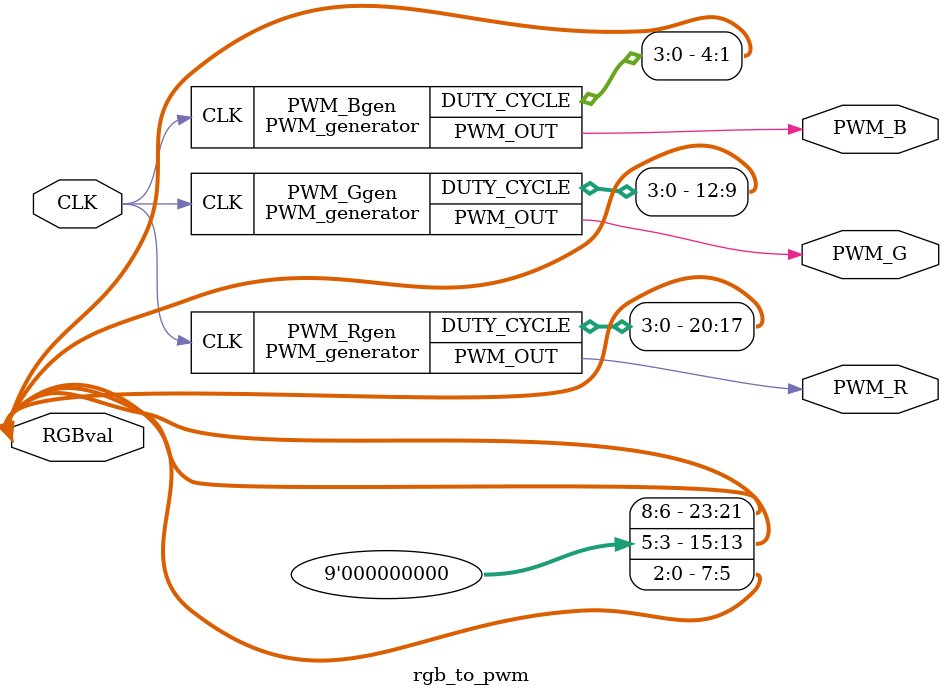
<source format=v>
`timescale 1ns / 1ps


// Creating a module named segment_display 
// This module will be used to display the value of the switch on the 7 segment display

// segment_display module is used to display the value of the switch on the 7 segment display

module segment_display(SW, CLK, SSEG_CA,SSEG_AN, LED);

// Input and output ports of the module

// SW is a 4 bit input used to select the value to be displayed on the 7 segment display
input [3:0] SW;

// CLK is a 1 bit input used to generate a clock from the input clock
input CLK;


// LED is a 4 bit output used to control the color of the LED
output reg[3:0] LED;

// OUTPUT PORTS
// SSEG_CA is a 8 bit output used to display the value on the 7 segment display

output reg[7:0] SSEG_CA;
output reg[7:0] SSEG_AN;


// Instantiating the slow_clock module
// slow clock module is used to generate a slow clock from the input clock
// slow clock means 
slow_clock S1 (CLK , Clk_Slow);


// an "initial" block to set the initial value of SSEG_AN

initial begin

// SSEG_AN is used to select the 7 segment display
// SSEG_CA is used to display the value on the 7 segment display

SSEG_AN <= 8'b11111110;
end

// always @(posedge CLK) is used to generate a clock from the input clock
always @(posedge CLK)
begin

// The case statement has 16 cases, one for each possible value of SW, with each case setting SSEG_CA to a different 8-bit value to display a different number or letter on the 7-segment display.
// case(SW) is used to display the value of the switch on the 7 segment display

case(SW)

// 4'b0000: SSEG_CA <= 8'b11000000; is used to display 0 on the 7 segment display
4'b0000: SSEG_CA <= 8'b11000000;

// 4'b0001: SSEG_CA <= 8'b11111001; is used to display 1 on the 7 segment display
4'b0001: SSEG_CA <= 8'b11111001;

// 4'b0010: SSEG_CA <= 8'b10100100; is used to display 2 on the 7 segment display
4'b0010: SSEG_CA <= 8'b10100100;

// 4'b0011: SSEG_CA <= 8'b10110000; is used to display 3 on the 7 segment display
4'b0011: SSEG_CA <= 8'b10110000;

// 4'b0100: SSEG_CA <= 8'b10011001; is used to display 4 on the 7 segment display
4'b0100: SSEG_CA <= 8'b10011001;

// 4'b0101: SSEG_CA <= 8'b10010010; is used to display 5 on the 7 segment display
4'b0101: SSEG_CA <= 8'b10010010;

// 4'b0110: SSEG_CA <= 8'b10000010; is used to display 6 on the 7 segment display
4'b0110: SSEG_CA <= 8'b10000010;

// 4'b0111: SSEG_CA <= 8'b11011000; is used to display 7 on the 7 segment display
4'b0111: SSEG_CA <= 8'b11011000;

// 4'b1000: SSEG_CA <= 8'b10000000; is used to display 8 on the 7 segment display
4'b1000: SSEG_CA <= 8'b10000000;

// 4'b1001: SSEG_CA <= 8'b10011000; is used to display 9 on the 7 segment display
4'b1001: SSEG_CA <= 8'b10011000;

// 4'b1010: SSEG_CA <= 8'b10001000; is used to display A on the 7 segment display
4'b1010: SSEG_CA <= 8'b10001000;

// 4'b1011: SSEG_CA <= 8'b10000000; is used to display B on the 7 segment display
4'b1011: SSEG_CA <= 8'b10000000;

// 4'b1100: SSEG_CA <= 8'b11000110; is used to display C on the 7 segment display
4'b1100: SSEG_CA <= 8'b11000110;

// 4'b1101: SSEG_CA <= 8'b10100001; is used to display D on the 7 segment display
4'b1101: SSEG_CA <= 8'b10100001;

// 4'b1110: SSEG_CA <= 8'b10000110; is used to display E on the 7 segment display
4'b1110: SSEG_CA <= 8'b10000110;

// 4'b1111: SSEG_CA <= 8'b10001110; is used to display F on the 7 segment display
4'b1111: SSEG_CA <= 8'b10001110;

endcase

// LED<=SW; is used to display the value of the switch on the LED
LED<=SW;

// case(SSEG_AN) is used to select the 7 segment display
case(SSEG_AN)

// 8'b11111110: SSEG_AN <= 8'b11111101; is used to select the 1st 7 segment display
8'b11111110: SSEG_AN <= 8'b11111101;

// 8'b11111101: SSEG_AN <= 8'b11111011; is used to select the 2nd 7 segment display
8'b11111101: SSEG_AN <= 8'b11111011;

// 8'b11111011: SSEG_AN <= 8'b11110111; is used to select the 3rd 7 segment display
8'b11111011: SSEG_AN <= 8'b11110111;

// 8'b11110111: SSEG_AN <= 8'b11101111; is used to select the 4th 7 segment display
8'b11110111: SSEG_AN <= 8'b11101111;

// 8'b11101111: SSEG_AN <= 8'b11011111; is used to select the 5th 7 segment display
8'b11101111: SSEG_AN <= 8'b11011111;

// 8'b11011111: SSEG_AN <= 8'b10111111; is used to select the 6th 7 segment display
8'b11011111: SSEG_AN <= 8'b10111111;

// 8'b10111111: SSEG_AN <= 8'b01111111; is used to select the 7th 7 segment display
8'b10111111: SSEG_AN <= 8'b01111111;

// 8'b01111111: SSEG_AN <= 8'b11111110; is used to select the 8th 7 segment display
8'b01111111: SSEG_AN <= 8'b11111110;

endcase
end
endmodule




// slow_clock is used to generate a slow clock from the input clock
// The slow_clock module takes in an input clock (CLK) and generates a slower clock signal (Clk_Slow) as an output.

module slow_clock(CLK,Clk_Slow);

// Initialising the input and output ports

input CLK;
output Clk_Slow;
reg[31:0] counter_out;
reg Clk_Slow;

initial 
begin

// Using a counter (counter_out) that increments every time the input clock (CLK) rises.

// counter_out<=32'h00000000; is used to initialise the counter
counter_out<=32'h00000000;


// Clk_Slow<=0; is used to initialise the slow clock
Clk_Slow<=0;
end

always @(posedge CLK) begin

// counter_out<=counter_out + 32'h00000001; is used to increment the counter
counter_out<=counter_out + 32'h00000001;

// The counter is then checked to see if its value is greater than a certain threshold value (32'h00F5E100)
// if (counter_out> 32'h00F5E100) is used to check if the counter value is greater than 10000000

if (counter_out> 32'h00F5E100)
// If the counter value is greater than this threshold, the counter is reset to zero
begin

// counter_out<=32'h00000000; is used to reset the counter
counter_out<=32'h00000000;

// Clk_Slow<=!Clk_Slow; is used to toggle the slow clock
// toggle means if the slow clock is 0 then it will become 1 and if the slow clock is 1 then it will become 0
// this is done to display the value of the switch on the 7 segment display

Clk_Slow<=!Clk_Slow;
end
end
endmodule






// Pulse Width Modulation (PWM)
// PWM is used to generate a square wave with a duty cycle that is controlled by the input DUTY_CYCLE

module PWM_generator(CLK,DUTY_CYCLE, PWM_OUT);

// The inputs to the module are the clock (CLK) and the duty cycle (DUTY_CYCLE)
input CLK;

// The output is the PWM signal (PWM_OUT)
output PWM_OUT;

// The module has a 4-bit counter (PWM_counter) that counts from 0 to 9
reg[3:0] PWM_counter;

// The duty cycle is set as a 4-bit output, and it is set to 5 as default
output reg[3:0] DUTY_CYCLE=5;

always @(posedge CLK) begin

// The counter is incremented on each positive edge of the clock. When the counter reaches 9, it is reset to 0
    PWM_counter<=PWM_counter+1;
    if(PWM_counter>=9)
    PWM_counter<=0;
end
assign PWM_OUT = PWM_counter < DUTY_CYCLE? 1:0;
endmodule



// rgb_to_pwm is used to convert the RGB value to PWM value

module rgb_to_pwm(RGBval, CLK, PWM_R, PWM_G, PWM_B);

    // INPUTS TO THE MODULE
    // 24-bit RGB value (RGBval), a clock signal (CLK)
    input [23:0] RGBval;
    input CLK;
    
    // Outputs are 3 PWM signals (PWM_R, PWM_G, PWM_B) for the red, green, and blue components of the RGB value, respectively
    output PWM_R;
    output PWM_G;
    output PWM_B;

// It instantiates 3 instances of the "PWM_generator" module, one for each color component,
// and connects the RGB value, clock signal, and PWM output to the appropriate inputs and outputs of the "PWM_generator" module. 
// The RGB value is shifted right by 1 bit to divide the value by 2, so that it can be used as the duty cycle input to the PWM generator

    PWM_generator PWM_Rgen (CLK,RGBval[23:16]>>1, PWM_R);
    PWM_generator PWM_Ggen (CLK,RGBval[15:8]>>1, PWM_G);
    PWM_generator PWM_Bgen (CLK, RGBval[7:0]>>1, PWM_B);

endmodule

// The PWM generator is a circuit that generates a pulse width modulated signal from a duty cycle input.
// The duty cycle input is a value between 0 and 255, which determines the ratio of the time that the PWM output is high to the time that the PWM output is low.
// The duty cycle input is passed to the PWM generator, which uses it to generate a PWM signal with the appropriate duty cycle. 
// This PWM signal can then be used to control the brightness of an LED or some other device that responds to a PWM signal.

    
    


//  module get_temp(SDA, SCL, CLK, temp);
//     inout SDA;
//     input SCL;
//     input CLK;
//     output reg[7:0] temp;
//     reg [7:0] count;
//     reg [2:0] mode;
//     const init_and_address = 9'b010010000;
// reg [8:0] shift_reg;
//  assign shift_out = shift_reg[8];
//  assign shift_in = shift_out
//     always @(posedge shift_clk) begin
//         shift_reg <= shift_reg << 1;
//         shift_reg[0] <= shift_in;
//     end

//     initial begin
//         assign SDA = 1;
//     end

//     always @(posedge CLK) begin
//         if(count==8'b11111111)begin
//         count <= 0;
//         end
//         else begin
//         count <= count + 1;
//         end
//     end

</source>
